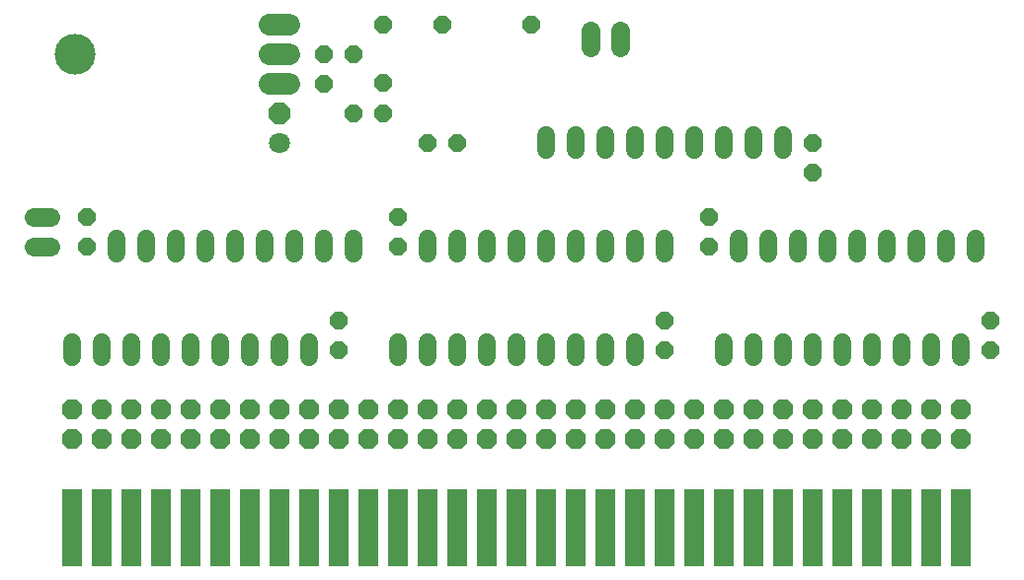
<source format=gbs>
G75*
%MOIN*%
%OFA0B0*%
%FSLAX24Y24*%
%IPPOS*%
%LPD*%
%AMOC8*
5,1,8,0,0,1.08239X$1,22.5*
%
%ADD10R,0.0680X0.2630*%
%ADD11C,0.0600*%
%ADD12OC8,0.0600*%
%ADD13OC8,0.0710*%
%ADD14C,0.0710*%
%ADD15C,0.0740*%
%ADD16C,0.1380*%
%ADD17C,0.0640*%
%ADD18OC8,0.0680*%
D10*
X002180Y001940D03*
X003180Y001940D03*
X004180Y001940D03*
X005180Y001940D03*
X006180Y001940D03*
X007180Y001940D03*
X008180Y001940D03*
X009180Y001940D03*
X010180Y001940D03*
X011180Y001940D03*
X012180Y001940D03*
X013180Y001940D03*
X014180Y001940D03*
X015180Y001940D03*
X016180Y001940D03*
X017180Y001940D03*
X018180Y001940D03*
X019180Y001940D03*
X020180Y001940D03*
X021180Y001940D03*
X022180Y001940D03*
X023180Y001940D03*
X024180Y001940D03*
X025180Y001940D03*
X026180Y001940D03*
X027180Y001940D03*
X028180Y001940D03*
X029180Y001940D03*
X030180Y001940D03*
X031180Y001940D03*
X032180Y001940D03*
D11*
X032180Y007680D02*
X032180Y008200D01*
X031180Y008200D02*
X031180Y007680D01*
X030180Y007680D02*
X030180Y008200D01*
X029180Y008200D02*
X029180Y007680D01*
X028180Y007680D02*
X028180Y008200D01*
X027180Y008200D02*
X027180Y007680D01*
X026180Y007680D02*
X026180Y008200D01*
X025180Y008200D02*
X025180Y007680D01*
X024180Y007680D02*
X024180Y008200D01*
X021180Y008200D02*
X021180Y007680D01*
X020180Y007680D02*
X020180Y008200D01*
X019180Y008200D02*
X019180Y007680D01*
X018180Y007680D02*
X018180Y008200D01*
X017180Y008200D02*
X017180Y007680D01*
X016180Y007680D02*
X016180Y008200D01*
X015180Y008200D02*
X015180Y007680D01*
X014180Y007680D02*
X014180Y008200D01*
X013180Y008200D02*
X013180Y007680D01*
X010180Y007680D02*
X010180Y008200D01*
X009180Y008200D02*
X009180Y007680D01*
X008180Y007680D02*
X008180Y008200D01*
X007180Y008200D02*
X007180Y007680D01*
X006180Y007680D02*
X006180Y008200D01*
X005180Y008200D02*
X005180Y007680D01*
X004180Y007680D02*
X004180Y008200D01*
X003180Y008200D02*
X003180Y007680D01*
X002180Y007680D02*
X002180Y008200D01*
X003680Y011180D02*
X003680Y011700D01*
X004680Y011700D02*
X004680Y011180D01*
X005680Y011180D02*
X005680Y011700D01*
X006680Y011700D02*
X006680Y011180D01*
X007680Y011180D02*
X007680Y011700D01*
X008680Y011700D02*
X008680Y011180D01*
X009680Y011180D02*
X009680Y011700D01*
X010680Y011700D02*
X010680Y011180D01*
X011680Y011180D02*
X011680Y011700D01*
X014180Y011700D02*
X014180Y011180D01*
X015180Y011180D02*
X015180Y011700D01*
X016180Y011700D02*
X016180Y011180D01*
X017180Y011180D02*
X017180Y011700D01*
X018180Y011700D02*
X018180Y011180D01*
X019180Y011180D02*
X019180Y011700D01*
X020180Y011700D02*
X020180Y011180D01*
X021180Y011180D02*
X021180Y011700D01*
X022180Y011700D02*
X022180Y011180D01*
X024680Y011180D02*
X024680Y011700D01*
X025680Y011700D02*
X025680Y011180D01*
X026680Y011180D02*
X026680Y011700D01*
X027680Y011700D02*
X027680Y011180D01*
X028680Y011180D02*
X028680Y011700D01*
X029680Y011700D02*
X029680Y011180D01*
X030680Y011180D02*
X030680Y011700D01*
X031680Y011700D02*
X031680Y011180D01*
X032680Y011180D02*
X032680Y011700D01*
X026180Y014680D02*
X026180Y015200D01*
X025180Y015200D02*
X025180Y014680D01*
X024180Y014680D02*
X024180Y015200D01*
X023180Y015200D02*
X023180Y014680D01*
X022180Y014680D02*
X022180Y015200D01*
X021180Y015200D02*
X021180Y014680D01*
X020180Y014680D02*
X020180Y015200D01*
X019180Y015200D02*
X019180Y014680D01*
X018180Y014680D02*
X018180Y015200D01*
D12*
X015180Y014940D03*
X014180Y014940D03*
X012680Y015940D03*
X011680Y015940D03*
X010680Y016940D03*
X010680Y017940D03*
X011680Y017940D03*
X012680Y018930D03*
X014680Y018940D03*
X012680Y016950D03*
X017680Y018940D03*
X027180Y014940D03*
X027180Y013940D03*
X023680Y012440D03*
X023680Y011440D03*
X022180Y008940D03*
X022180Y007940D03*
X013180Y011440D03*
X013180Y012440D03*
X011180Y008940D03*
X011180Y007940D03*
X002680Y011440D03*
X002680Y012440D03*
X033180Y008940D03*
X033180Y007940D03*
D13*
X009180Y015940D03*
D14*
X009180Y014940D03*
D15*
X009510Y016940D02*
X008850Y016940D01*
X008850Y017940D02*
X009510Y017940D01*
X009510Y018940D02*
X008850Y018940D01*
D16*
X002280Y017940D03*
D17*
X001460Y012440D02*
X000900Y012440D01*
X000900Y011440D02*
X001460Y011440D01*
X019680Y018160D02*
X019680Y018720D01*
X020680Y018720D02*
X020680Y018160D01*
D18*
X020180Y005940D03*
X019180Y005940D03*
X018180Y005940D03*
X017180Y005940D03*
X016180Y005940D03*
X015180Y005940D03*
X014180Y005940D03*
X013180Y005940D03*
X012180Y005940D03*
X011180Y005940D03*
X010180Y005940D03*
X009180Y005940D03*
X008180Y005940D03*
X007180Y005940D03*
X006180Y005940D03*
X005180Y005940D03*
X004180Y005940D03*
X003180Y005940D03*
X002180Y005940D03*
X002180Y004940D03*
X003180Y004940D03*
X004180Y004940D03*
X005180Y004940D03*
X006180Y004940D03*
X007180Y004940D03*
X008180Y004940D03*
X009180Y004940D03*
X010180Y004940D03*
X011180Y004940D03*
X012180Y004940D03*
X013180Y004940D03*
X014180Y004940D03*
X015180Y004940D03*
X016180Y004940D03*
X017180Y004940D03*
X018180Y004940D03*
X019180Y004940D03*
X020180Y004940D03*
X021180Y004940D03*
X022180Y004940D03*
X023180Y004940D03*
X024180Y004940D03*
X025180Y004940D03*
X026180Y004940D03*
X027180Y004940D03*
X028180Y004940D03*
X029180Y004940D03*
X030180Y004940D03*
X031180Y004940D03*
X032180Y004940D03*
X032180Y005940D03*
X031180Y005940D03*
X030180Y005940D03*
X029180Y005940D03*
X028180Y005940D03*
X027180Y005940D03*
X026180Y005940D03*
X025180Y005940D03*
X024180Y005940D03*
X023180Y005940D03*
X022180Y005940D03*
X021180Y005940D03*
M02*

</source>
